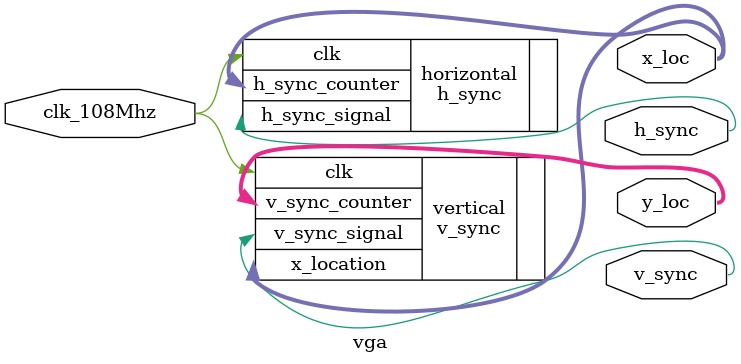
<source format=v>
/*
 * Module to generate the vertical timing pulse for VGA
 * Author: Shubhayu Das
 * Version: 1.1
 * Written in October, 2021
 * Last modified: November 2021
 * Updates: added H_LIMIT to make things cleaner
 *
 ************************************************************
 *
 * Refer to other sources for documentation on how VGA works
 * There are many good sources already, it's too tiring to
 * repeat it.
 *
 * To configure for other frame sizes/FPS values, 
 * find the timing information here: http://tinyvga.com/vga-timing
 *
 * All the parameters can be found in the above website too
 * 
 * This module simply puts the h_sync and v_sync modules together
 * There is no logic here
 *
 ************************************************************
 *
 * Inputs:
 * clk_108Mhz: The clock signal, depending on the resolution and
                FPS in use. The actual frequency may vary depending
                on your configuration
 *
 ************************************************************
 * 
 * Outputs:
 *
 * h_sync: The actual horizontal synchronisation timing signal
 * v_sync: The actual vertical synchronisation timing signal
 * x_loc:  The horizontal location of the active pixel.
 * y_loc:  The vertical location of the active pixel.
 *                  
 * x_loc and y_loc will help in drawing the image
*/

`ifndef _VGA_
`define _VGA_

module vga #(
    parameter H_RES = 1280,
    H_FRONT_PORCH = 48,
    H_SYNC_PULSE = 112,
    H_BACK_PORCH = 248,
    V_RES = 1024,
    V_FRONT_PORCH = 1,
    V_SYNC_PULSE = 3,
    V_BACK_PORCH = 38
)(
	input clk_108Mhz,
	output h_sync,
	output v_sync,
	output [10:0] x_loc,
    output [10:0] y_loc
);   

    localparam H_TOTAL = H_RES+H_FRONT_PORCH+H_SYNC_PULSE+H_BACK_PORCH-1;
    
	h_sync #(
        .H_RES(H_RES),
        .H_FRONT_PORCH(H_FRONT_PORCH),
        .H_SYNC_PULSE(H_SYNC_PULSE),
        .H_BACK_PORCH(H_BACK_PORCH)
	) horizontal (
		.clk(clk_108Mhz),
		.h_sync_signal(h_sync),
		.h_sync_counter(x_loc)
	);

	v_sync # (
	    .V_RES(V_RES),
        .V_FRONT_PORCH(V_FRONT_PORCH),
        .V_SYNC_PULSE(V_SYNC_PULSE),
        .V_BACK_PORCH(V_BACK_PORCH),
        .H_LIMIT(H_TOTAL)
	) vertical (
		.clk(clk_108Mhz),
		.x_location(x_loc),
		.v_sync_signal(v_sync),
		.v_sync_counter(y_loc)
	);
endmodule
`endif
</source>
